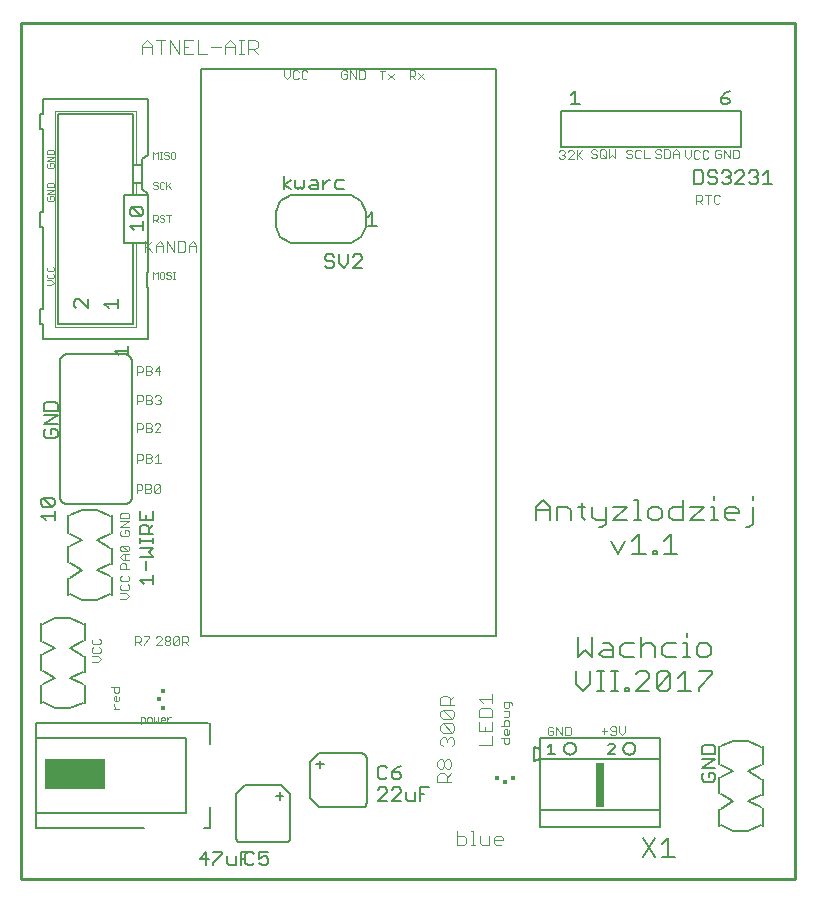
<source format=gto>
G75*
%MOIN*%
%OFA0B0*%
%FSLAX25Y25*%
%IPPOS*%
%LPD*%
%AMOC8*
5,1,8,0,0,1.08239X$1,22.5*
%
%ADD10C,0.00000*%
%ADD11C,0.01000*%
%ADD12C,0.00800*%
%ADD13C,0.00300*%
%ADD14C,0.00200*%
%ADD15C,0.00600*%
%ADD16C,0.00500*%
%ADD17R,0.20000X0.10000*%
%ADD18C,0.00400*%
%ADD19R,0.01673X0.01280*%
%ADD20R,0.01378X0.01378*%
%ADD21R,0.01280X0.01673*%
%ADD22R,0.03000X0.15000*%
%ADD23C,0.00700*%
D10*
X0246800Y0001800D02*
X0259674Y0001800D01*
D11*
X0001800Y0001800D02*
X0001800Y0287233D01*
X0259674Y0287233D01*
X0259674Y0001800D01*
X0001800Y0001800D01*
D12*
X0173539Y0121388D02*
X0173539Y0125925D01*
X0175807Y0128194D01*
X0178076Y0125925D01*
X0178076Y0121388D01*
X0180537Y0121388D02*
X0180537Y0125925D01*
X0183940Y0125925D01*
X0185074Y0124791D01*
X0185074Y0121388D01*
X0188669Y0122522D02*
X0188669Y0127060D01*
X0187535Y0125925D02*
X0189803Y0125925D01*
X0192200Y0125925D02*
X0192200Y0122522D01*
X0193334Y0121388D01*
X0196737Y0121388D01*
X0196737Y0120254D02*
X0195603Y0119120D01*
X0194469Y0119120D01*
X0196737Y0120254D02*
X0196737Y0125925D01*
X0199198Y0125925D02*
X0203735Y0125925D01*
X0199198Y0121388D01*
X0203735Y0121388D01*
X0206196Y0121388D02*
X0208465Y0121388D01*
X0207330Y0121388D02*
X0207330Y0128194D01*
X0206196Y0128194D01*
X0210861Y0124791D02*
X0210861Y0122522D01*
X0211996Y0121388D01*
X0214264Y0121388D01*
X0215399Y0122522D01*
X0215399Y0124791D01*
X0214264Y0125925D01*
X0211996Y0125925D01*
X0210861Y0124791D01*
X0217859Y0124791D02*
X0217859Y0122522D01*
X0218994Y0121388D01*
X0222397Y0121388D01*
X0222397Y0128194D01*
X0222397Y0125925D02*
X0218994Y0125925D01*
X0217859Y0124791D01*
X0224857Y0125925D02*
X0229395Y0125925D01*
X0224857Y0121388D01*
X0229395Y0121388D01*
X0231855Y0121388D02*
X0234124Y0121388D01*
X0232990Y0121388D02*
X0232990Y0125925D01*
X0231855Y0125925D01*
X0232990Y0128194D02*
X0232990Y0129328D01*
X0236521Y0124791D02*
X0237655Y0125925D01*
X0239923Y0125925D01*
X0241058Y0124791D01*
X0241058Y0123657D01*
X0236521Y0123657D01*
X0236521Y0124791D02*
X0236521Y0122522D01*
X0237655Y0121388D01*
X0239923Y0121388D01*
X0243519Y0119120D02*
X0244653Y0119120D01*
X0245787Y0120254D01*
X0245787Y0125925D01*
X0245787Y0128194D02*
X0245787Y0129328D01*
X0220647Y0109988D02*
X0216110Y0109988D01*
X0218378Y0109988D02*
X0218378Y0116794D01*
X0216110Y0114525D01*
X0213745Y0111122D02*
X0213745Y0109988D01*
X0212611Y0109988D01*
X0212611Y0111122D01*
X0213745Y0111122D01*
X0210150Y0109988D02*
X0205613Y0109988D01*
X0207882Y0109988D02*
X0207882Y0116794D01*
X0205613Y0114525D01*
X0203152Y0114525D02*
X0200884Y0109988D01*
X0198615Y0114525D01*
X0189803Y0121388D02*
X0188669Y0122522D01*
X0178076Y0124791D02*
X0173539Y0124791D01*
X0187535Y0082594D02*
X0187535Y0075788D01*
X0189803Y0078057D01*
X0192072Y0075788D01*
X0192072Y0082594D01*
X0195667Y0080325D02*
X0197936Y0080325D01*
X0199070Y0079191D01*
X0199070Y0075788D01*
X0195667Y0075788D01*
X0194533Y0076922D01*
X0195667Y0078057D01*
X0199070Y0078057D01*
X0201531Y0079191D02*
X0201531Y0076922D01*
X0202665Y0075788D01*
X0206068Y0075788D01*
X0208529Y0075788D02*
X0208529Y0082594D01*
X0209663Y0080325D02*
X0208529Y0079191D01*
X0209663Y0080325D02*
X0211932Y0080325D01*
X0213066Y0079191D01*
X0213066Y0075788D01*
X0215527Y0076922D02*
X0215527Y0079191D01*
X0216661Y0080325D01*
X0220064Y0080325D01*
X0222525Y0080325D02*
X0223659Y0080325D01*
X0223659Y0075788D01*
X0222525Y0075788D02*
X0224793Y0075788D01*
X0227190Y0076922D02*
X0227190Y0079191D01*
X0228324Y0080325D01*
X0230593Y0080325D01*
X0231727Y0079191D01*
X0231727Y0076922D01*
X0230593Y0075788D01*
X0228324Y0075788D01*
X0227190Y0076922D01*
X0227773Y0071194D02*
X0232310Y0071194D01*
X0232310Y0070060D01*
X0227773Y0065522D01*
X0227773Y0064388D01*
X0225312Y0064388D02*
X0220775Y0064388D01*
X0223044Y0064388D02*
X0223044Y0071194D01*
X0220775Y0068925D01*
X0218314Y0070060D02*
X0218314Y0065522D01*
X0217180Y0064388D01*
X0214912Y0064388D01*
X0213777Y0065522D01*
X0218314Y0070060D01*
X0217180Y0071194D01*
X0214912Y0071194D01*
X0213777Y0070060D01*
X0213777Y0065522D01*
X0211316Y0064388D02*
X0206779Y0064388D01*
X0211316Y0068925D01*
X0211316Y0070060D01*
X0210182Y0071194D01*
X0207914Y0071194D01*
X0206779Y0070060D01*
X0204415Y0065522D02*
X0203280Y0065522D01*
X0203280Y0064388D01*
X0204415Y0064388D01*
X0204415Y0065522D01*
X0200884Y0064388D02*
X0198615Y0064388D01*
X0199749Y0064388D02*
X0199749Y0071194D01*
X0198615Y0071194D02*
X0200884Y0071194D01*
X0196218Y0071194D02*
X0193950Y0071194D01*
X0195084Y0071194D02*
X0195084Y0064388D01*
X0193950Y0064388D02*
X0196218Y0064388D01*
X0191489Y0066657D02*
X0191489Y0071194D01*
X0191489Y0066657D02*
X0189220Y0064388D01*
X0186952Y0066657D01*
X0186952Y0071194D01*
X0201531Y0079191D02*
X0202665Y0080325D01*
X0206068Y0080325D01*
X0215527Y0076922D02*
X0216661Y0075788D01*
X0220064Y0075788D01*
X0223659Y0082594D02*
X0223659Y0083728D01*
D13*
X0203178Y0052652D02*
X0203178Y0050717D01*
X0202211Y0049750D01*
X0201243Y0050717D01*
X0201243Y0052652D01*
X0200231Y0052169D02*
X0199748Y0052652D01*
X0198780Y0052652D01*
X0198297Y0052169D01*
X0198297Y0051685D01*
X0198780Y0051201D01*
X0200231Y0051201D01*
X0200231Y0050234D02*
X0200231Y0052169D01*
X0200231Y0050234D02*
X0199748Y0049750D01*
X0198780Y0049750D01*
X0198297Y0050234D01*
X0197285Y0051201D02*
X0195350Y0051201D01*
X0196317Y0050234D02*
X0196317Y0052169D01*
X0185178Y0052069D02*
X0185178Y0050134D01*
X0184694Y0049650D01*
X0183243Y0049650D01*
X0183243Y0052552D01*
X0184694Y0052552D01*
X0185178Y0052069D01*
X0182231Y0052552D02*
X0182231Y0049650D01*
X0180297Y0052552D01*
X0180297Y0049650D01*
X0179285Y0050134D02*
X0179285Y0051101D01*
X0178317Y0051101D01*
X0177350Y0050134D02*
X0177834Y0049650D01*
X0178801Y0049650D01*
X0179285Y0050134D01*
X0179285Y0052069D02*
X0178801Y0052552D01*
X0177834Y0052552D01*
X0177350Y0052069D01*
X0177350Y0050134D01*
X0165617Y0059704D02*
X0165617Y0060187D01*
X0165134Y0060671D01*
X0162715Y0060671D01*
X0162715Y0059220D01*
X0163199Y0058736D01*
X0164166Y0058736D01*
X0164650Y0059220D01*
X0164650Y0060671D01*
X0164650Y0057725D02*
X0162715Y0057725D01*
X0164650Y0057725D02*
X0164650Y0056273D01*
X0164166Y0055790D01*
X0162715Y0055790D01*
X0163199Y0054778D02*
X0162715Y0054294D01*
X0162715Y0052843D01*
X0161748Y0052843D02*
X0164650Y0052843D01*
X0164650Y0054294D01*
X0164166Y0054778D01*
X0163199Y0054778D01*
X0163199Y0051831D02*
X0163683Y0051831D01*
X0163683Y0049897D01*
X0164166Y0049897D02*
X0163199Y0049897D01*
X0162715Y0050380D01*
X0162715Y0051348D01*
X0163199Y0051831D01*
X0164650Y0051348D02*
X0164650Y0050380D01*
X0164166Y0049897D01*
X0164650Y0048885D02*
X0161748Y0048885D01*
X0162715Y0048885D02*
X0162715Y0047434D01*
X0163199Y0046950D01*
X0164166Y0046950D01*
X0164650Y0047434D01*
X0164650Y0048885D01*
X0057500Y0079816D02*
X0056533Y0080784D01*
X0057016Y0080784D02*
X0055565Y0080784D01*
X0055565Y0079816D02*
X0055565Y0082719D01*
X0057016Y0082719D01*
X0057500Y0082235D01*
X0057500Y0081267D01*
X0057016Y0080784D01*
X0054554Y0080300D02*
X0054554Y0082235D01*
X0052619Y0080300D01*
X0053102Y0079816D01*
X0054070Y0079816D01*
X0054554Y0080300D01*
X0054554Y0082235D02*
X0054070Y0082719D01*
X0053102Y0082719D01*
X0052619Y0082235D01*
X0052619Y0080300D01*
X0051607Y0080300D02*
X0051123Y0079816D01*
X0050156Y0079816D01*
X0049672Y0080300D01*
X0049672Y0080784D01*
X0050156Y0081267D01*
X0051123Y0081267D01*
X0051607Y0080784D01*
X0051607Y0080300D01*
X0051123Y0081267D02*
X0051607Y0081751D01*
X0051607Y0082235D01*
X0051123Y0082719D01*
X0050156Y0082719D01*
X0049672Y0082235D01*
X0049672Y0081751D01*
X0050156Y0081267D01*
X0048661Y0081751D02*
X0048661Y0082235D01*
X0048177Y0082719D01*
X0047209Y0082719D01*
X0046726Y0082235D01*
X0048661Y0081751D02*
X0046726Y0079816D01*
X0048661Y0079816D01*
X0044607Y0082235D02*
X0042672Y0080300D01*
X0042672Y0079816D01*
X0041661Y0079816D02*
X0040693Y0080784D01*
X0041177Y0080784D02*
X0039726Y0080784D01*
X0039726Y0079816D02*
X0039726Y0082719D01*
X0041177Y0082719D01*
X0041661Y0082235D01*
X0041661Y0081267D01*
X0041177Y0080784D01*
X0042672Y0082719D02*
X0044607Y0082719D01*
X0044607Y0082235D01*
X0036883Y0095110D02*
X0034948Y0095110D01*
X0036883Y0095110D02*
X0037850Y0096078D01*
X0036883Y0097045D01*
X0034948Y0097045D01*
X0035431Y0098057D02*
X0037366Y0098057D01*
X0037850Y0098541D01*
X0037850Y0099508D01*
X0037366Y0099992D01*
X0037366Y0101003D02*
X0037850Y0101487D01*
X0037850Y0102455D01*
X0037366Y0102938D01*
X0037366Y0101003D02*
X0035431Y0101003D01*
X0034948Y0101487D01*
X0034948Y0102455D01*
X0035431Y0102938D01*
X0034948Y0105110D02*
X0034948Y0106562D01*
X0035431Y0107045D01*
X0036399Y0107045D01*
X0036883Y0106562D01*
X0036883Y0105110D01*
X0037850Y0105110D02*
X0034948Y0105110D01*
X0035915Y0108057D02*
X0034948Y0109024D01*
X0035915Y0109992D01*
X0037850Y0109992D01*
X0037366Y0111003D02*
X0035431Y0112938D01*
X0037366Y0112938D01*
X0037850Y0112455D01*
X0037850Y0111487D01*
X0037366Y0111003D01*
X0035431Y0111003D01*
X0034948Y0111487D01*
X0034948Y0112455D01*
X0035431Y0112938D01*
X0036399Y0109992D02*
X0036399Y0108057D01*
X0035915Y0108057D02*
X0037850Y0108057D01*
X0037366Y0116110D02*
X0035431Y0116110D01*
X0034948Y0116594D01*
X0034948Y0117562D01*
X0035431Y0118045D01*
X0036399Y0118045D02*
X0036399Y0117078D01*
X0036399Y0118045D02*
X0037366Y0118045D01*
X0037850Y0117562D01*
X0037850Y0116594D01*
X0037366Y0116110D01*
X0037850Y0119057D02*
X0034948Y0119057D01*
X0037850Y0120992D01*
X0034948Y0120992D01*
X0034948Y0122003D02*
X0034948Y0123455D01*
X0035431Y0123938D01*
X0037366Y0123938D01*
X0037850Y0123455D01*
X0037850Y0122003D01*
X0034948Y0122003D01*
X0040350Y0130450D02*
X0040350Y0133352D01*
X0041801Y0133352D01*
X0042285Y0132869D01*
X0042285Y0131901D01*
X0041801Y0131417D01*
X0040350Y0131417D01*
X0043297Y0131901D02*
X0044748Y0131901D01*
X0045231Y0131417D01*
X0045231Y0130934D01*
X0044748Y0130450D01*
X0043297Y0130450D01*
X0043297Y0133352D01*
X0044748Y0133352D01*
X0045231Y0132869D01*
X0045231Y0132385D01*
X0044748Y0131901D01*
X0046243Y0130934D02*
X0048178Y0132869D01*
X0048178Y0130934D01*
X0047694Y0130450D01*
X0046727Y0130450D01*
X0046243Y0130934D01*
X0046243Y0132869D01*
X0046727Y0133352D01*
X0047694Y0133352D01*
X0048178Y0132869D01*
X0048378Y0140550D02*
X0046443Y0140550D01*
X0047411Y0140550D02*
X0047411Y0143452D01*
X0046443Y0142485D01*
X0045431Y0142485D02*
X0044948Y0142001D01*
X0043497Y0142001D01*
X0042485Y0142001D02*
X0042001Y0141517D01*
X0040550Y0141517D01*
X0040550Y0140550D02*
X0040550Y0143452D01*
X0042001Y0143452D01*
X0042485Y0142969D01*
X0042485Y0142001D01*
X0043497Y0140550D02*
X0043497Y0143452D01*
X0044948Y0143452D01*
X0045431Y0142969D01*
X0045431Y0142485D01*
X0044948Y0142001D02*
X0045431Y0141517D01*
X0045431Y0141034D01*
X0044948Y0140550D01*
X0043497Y0140550D01*
X0043397Y0150750D02*
X0044848Y0150750D01*
X0045331Y0151234D01*
X0045331Y0151717D01*
X0044848Y0152201D01*
X0043397Y0152201D01*
X0042385Y0152201D02*
X0041901Y0151717D01*
X0040450Y0151717D01*
X0040450Y0150750D02*
X0040450Y0153652D01*
X0041901Y0153652D01*
X0042385Y0153169D01*
X0042385Y0152201D01*
X0043397Y0150750D02*
X0043397Y0153652D01*
X0044848Y0153652D01*
X0045331Y0153169D01*
X0045331Y0152685D01*
X0044848Y0152201D01*
X0046343Y0153169D02*
X0046827Y0153652D01*
X0047794Y0153652D01*
X0048278Y0153169D01*
X0048278Y0152685D01*
X0046343Y0150750D01*
X0048278Y0150750D01*
X0047894Y0160150D02*
X0046927Y0160150D01*
X0046443Y0160634D01*
X0045431Y0160634D02*
X0044948Y0160150D01*
X0043497Y0160150D01*
X0043497Y0163052D01*
X0044948Y0163052D01*
X0045431Y0162569D01*
X0045431Y0162085D01*
X0044948Y0161601D01*
X0043497Y0161601D01*
X0042485Y0161601D02*
X0042001Y0161117D01*
X0040550Y0161117D01*
X0040550Y0160150D02*
X0040550Y0163052D01*
X0042001Y0163052D01*
X0042485Y0162569D01*
X0042485Y0161601D01*
X0044948Y0161601D02*
X0045431Y0161117D01*
X0045431Y0160634D01*
X0046443Y0162569D02*
X0046927Y0163052D01*
X0047894Y0163052D01*
X0048378Y0162569D01*
X0048378Y0162085D01*
X0047894Y0161601D01*
X0048378Y0161117D01*
X0048378Y0160634D01*
X0047894Y0160150D01*
X0047894Y0161601D02*
X0047411Y0161601D01*
X0047794Y0169850D02*
X0047794Y0172752D01*
X0046343Y0171301D01*
X0048278Y0171301D01*
X0045331Y0170817D02*
X0045331Y0170334D01*
X0044848Y0169850D01*
X0043397Y0169850D01*
X0043397Y0172752D01*
X0044848Y0172752D01*
X0045331Y0172269D01*
X0045331Y0171785D01*
X0044848Y0171301D01*
X0043397Y0171301D01*
X0042385Y0171301D02*
X0041901Y0170817D01*
X0040450Y0170817D01*
X0040450Y0169850D02*
X0040450Y0172752D01*
X0041901Y0172752D01*
X0042385Y0172269D01*
X0042385Y0171301D01*
X0044848Y0171301D02*
X0045331Y0170817D01*
X0035431Y0099992D02*
X0034948Y0099508D01*
X0034948Y0098541D01*
X0035431Y0098057D01*
X0027866Y0081938D02*
X0028350Y0081455D01*
X0028350Y0080487D01*
X0027866Y0080003D01*
X0025931Y0080003D01*
X0025448Y0080487D01*
X0025448Y0081455D01*
X0025931Y0081938D01*
X0025931Y0078992D02*
X0025448Y0078508D01*
X0025448Y0077541D01*
X0025931Y0077057D01*
X0027866Y0077057D01*
X0028350Y0077541D01*
X0028350Y0078508D01*
X0027866Y0078992D01*
X0027383Y0076045D02*
X0025448Y0076045D01*
X0027383Y0076045D02*
X0028350Y0075078D01*
X0027383Y0074110D01*
X0025448Y0074110D01*
X0031705Y0065863D02*
X0034607Y0065863D01*
X0034607Y0064411D01*
X0034124Y0063928D01*
X0033156Y0063928D01*
X0032673Y0064411D01*
X0032673Y0065863D01*
X0033156Y0062916D02*
X0033640Y0062916D01*
X0033640Y0060981D01*
X0033156Y0060981D02*
X0032673Y0061465D01*
X0032673Y0062432D01*
X0033156Y0062916D01*
X0034607Y0062432D02*
X0034607Y0061465D01*
X0034124Y0060981D01*
X0033156Y0060981D01*
X0032673Y0059977D02*
X0032673Y0059493D01*
X0033640Y0058526D01*
X0034607Y0058526D02*
X0032673Y0058526D01*
X0181634Y0241850D02*
X0181150Y0242334D01*
X0181634Y0241850D02*
X0182601Y0241850D01*
X0183085Y0242334D01*
X0183085Y0242817D01*
X0182601Y0243301D01*
X0182117Y0243301D01*
X0182601Y0243301D02*
X0183085Y0243785D01*
X0183085Y0244269D01*
X0182601Y0244752D01*
X0181634Y0244752D01*
X0181150Y0244269D01*
X0184097Y0244269D02*
X0184580Y0244752D01*
X0185548Y0244752D01*
X0186031Y0244269D01*
X0186031Y0243785D01*
X0184097Y0241850D01*
X0186031Y0241850D01*
X0187043Y0241850D02*
X0187043Y0244752D01*
X0187527Y0243301D02*
X0188978Y0241850D01*
X0187043Y0242817D02*
X0188978Y0244752D01*
X0191850Y0244569D02*
X0191850Y0244085D01*
X0192334Y0243601D01*
X0193301Y0243601D01*
X0193785Y0243117D01*
X0193785Y0242634D01*
X0193301Y0242150D01*
X0192334Y0242150D01*
X0191850Y0242634D01*
X0191850Y0244569D02*
X0192334Y0245052D01*
X0193301Y0245052D01*
X0193785Y0244569D01*
X0194797Y0244569D02*
X0195280Y0245052D01*
X0196248Y0245052D01*
X0196731Y0244569D01*
X0196731Y0242634D01*
X0196248Y0242150D01*
X0195280Y0242150D01*
X0194797Y0242634D01*
X0194797Y0244569D01*
X0195764Y0243117D02*
X0196731Y0242150D01*
X0197743Y0242150D02*
X0198711Y0243117D01*
X0199678Y0242150D01*
X0199678Y0245052D01*
X0197743Y0245052D02*
X0197743Y0242150D01*
X0203650Y0242534D02*
X0204134Y0242050D01*
X0205101Y0242050D01*
X0205585Y0242534D01*
X0205585Y0243017D01*
X0205101Y0243501D01*
X0204134Y0243501D01*
X0203650Y0243985D01*
X0203650Y0244469D01*
X0204134Y0244952D01*
X0205101Y0244952D01*
X0205585Y0244469D01*
X0206597Y0244469D02*
X0206597Y0242534D01*
X0207080Y0242050D01*
X0208048Y0242050D01*
X0208531Y0242534D01*
X0209543Y0242050D02*
X0209543Y0244952D01*
X0208531Y0244469D02*
X0208048Y0244952D01*
X0207080Y0244952D01*
X0206597Y0244469D01*
X0209543Y0242050D02*
X0211478Y0242050D01*
X0213250Y0242634D02*
X0213734Y0242150D01*
X0214701Y0242150D01*
X0215185Y0242634D01*
X0215185Y0243117D01*
X0214701Y0243601D01*
X0213734Y0243601D01*
X0213250Y0244085D01*
X0213250Y0244569D01*
X0213734Y0245052D01*
X0214701Y0245052D01*
X0215185Y0244569D01*
X0216197Y0245052D02*
X0217648Y0245052D01*
X0218131Y0244569D01*
X0218131Y0242634D01*
X0217648Y0242150D01*
X0216197Y0242150D01*
X0216197Y0245052D01*
X0219143Y0244085D02*
X0219143Y0242150D01*
X0219143Y0243601D02*
X0221078Y0243601D01*
X0221078Y0244085D02*
X0221078Y0242150D01*
X0221078Y0244085D02*
X0220111Y0245052D01*
X0219143Y0244085D01*
X0223150Y0244752D02*
X0223150Y0242817D01*
X0224117Y0241850D01*
X0225085Y0242817D01*
X0225085Y0244752D01*
X0226097Y0244269D02*
X0226097Y0242334D01*
X0226580Y0241850D01*
X0227548Y0241850D01*
X0228031Y0242334D01*
X0229043Y0242334D02*
X0229527Y0241850D01*
X0230494Y0241850D01*
X0230978Y0242334D01*
X0230978Y0244269D02*
X0230494Y0244752D01*
X0229527Y0244752D01*
X0229043Y0244269D01*
X0229043Y0242334D01*
X0228031Y0244269D02*
X0227548Y0244752D01*
X0226580Y0244752D01*
X0226097Y0244269D01*
X0233250Y0244469D02*
X0233250Y0242534D01*
X0233734Y0242050D01*
X0234701Y0242050D01*
X0235185Y0242534D01*
X0235185Y0243501D01*
X0234217Y0243501D01*
X0233250Y0244469D02*
X0233734Y0244952D01*
X0234701Y0244952D01*
X0235185Y0244469D01*
X0236197Y0244952D02*
X0236197Y0242050D01*
X0238131Y0242050D02*
X0236197Y0244952D01*
X0238131Y0244952D02*
X0238131Y0242050D01*
X0239143Y0242050D02*
X0240594Y0242050D01*
X0241078Y0242534D01*
X0241078Y0244469D01*
X0240594Y0244952D01*
X0239143Y0244952D01*
X0239143Y0242050D01*
X0234294Y0229852D02*
X0233327Y0229852D01*
X0232843Y0229369D01*
X0232843Y0227434D01*
X0233327Y0226950D01*
X0234294Y0226950D01*
X0234778Y0227434D01*
X0234778Y0229369D02*
X0234294Y0229852D01*
X0231831Y0229852D02*
X0229897Y0229852D01*
X0230864Y0229852D02*
X0230864Y0226950D01*
X0228885Y0226950D02*
X0227917Y0227917D01*
X0228401Y0227917D02*
X0226950Y0227917D01*
X0226950Y0226950D02*
X0226950Y0229852D01*
X0228401Y0229852D01*
X0228885Y0229369D01*
X0228885Y0228401D01*
X0228401Y0227917D01*
X0136231Y0268450D02*
X0134297Y0270385D01*
X0133285Y0270869D02*
X0133285Y0269901D01*
X0132801Y0269417D01*
X0131350Y0269417D01*
X0131350Y0268450D02*
X0131350Y0271352D01*
X0132801Y0271352D01*
X0133285Y0270869D01*
X0132317Y0269417D02*
X0133285Y0268450D01*
X0134297Y0268450D02*
X0136231Y0270385D01*
X0126231Y0270285D02*
X0124297Y0268350D01*
X0126231Y0268350D02*
X0124297Y0270285D01*
X0123285Y0271252D02*
X0121350Y0271252D01*
X0122317Y0271252D02*
X0122317Y0268350D01*
X0116478Y0269034D02*
X0115994Y0268550D01*
X0114543Y0268550D01*
X0114543Y0271452D01*
X0115994Y0271452D01*
X0116478Y0270969D01*
X0116478Y0269034D01*
X0113531Y0268550D02*
X0113531Y0271452D01*
X0111597Y0271452D02*
X0111597Y0268550D01*
X0110585Y0269034D02*
X0110101Y0268550D01*
X0109134Y0268550D01*
X0108650Y0269034D01*
X0108650Y0270969D01*
X0109134Y0271452D01*
X0110101Y0271452D01*
X0110585Y0270969D01*
X0110585Y0270001D02*
X0109617Y0270001D01*
X0110585Y0270001D02*
X0110585Y0269034D01*
X0111597Y0271452D02*
X0113531Y0268550D01*
X0097278Y0268934D02*
X0096794Y0268450D01*
X0095827Y0268450D01*
X0095343Y0268934D01*
X0095343Y0270869D01*
X0095827Y0271352D01*
X0096794Y0271352D01*
X0097278Y0270869D01*
X0094331Y0270869D02*
X0093848Y0271352D01*
X0092880Y0271352D01*
X0092397Y0270869D01*
X0092397Y0268934D01*
X0092880Y0268450D01*
X0093848Y0268450D01*
X0094331Y0268934D01*
X0091385Y0269417D02*
X0090417Y0268450D01*
X0089450Y0269417D01*
X0089450Y0271352D01*
X0091385Y0271352D02*
X0091385Y0269417D01*
D14*
X0053261Y0243735D02*
X0053261Y0242267D01*
X0052894Y0241900D01*
X0052160Y0241900D01*
X0051793Y0242267D01*
X0051793Y0243735D01*
X0052160Y0244102D01*
X0052894Y0244102D01*
X0053261Y0243735D01*
X0051051Y0243735D02*
X0050684Y0244102D01*
X0049950Y0244102D01*
X0049583Y0243735D01*
X0049583Y0243368D01*
X0049950Y0243001D01*
X0050684Y0243001D01*
X0051051Y0242634D01*
X0051051Y0242267D01*
X0050684Y0241900D01*
X0049950Y0241900D01*
X0049583Y0242267D01*
X0048844Y0241900D02*
X0048110Y0241900D01*
X0048477Y0241900D02*
X0048477Y0244102D01*
X0048110Y0244102D02*
X0048844Y0244102D01*
X0047368Y0244102D02*
X0047368Y0241900D01*
X0045900Y0241900D02*
X0045900Y0244102D01*
X0046634Y0243368D01*
X0047368Y0244102D01*
X0040300Y0239800D02*
X0040300Y0257800D01*
X0013300Y0257800D01*
X0013300Y0185800D01*
X0040300Y0185800D01*
X0040300Y0213800D01*
X0045900Y0220900D02*
X0045900Y0223102D01*
X0047001Y0223102D01*
X0047368Y0222735D01*
X0047368Y0222001D01*
X0047001Y0221634D01*
X0045900Y0221634D01*
X0046634Y0221634D02*
X0047368Y0220900D01*
X0048110Y0221267D02*
X0048477Y0220900D01*
X0049211Y0220900D01*
X0049578Y0221267D01*
X0049578Y0221634D01*
X0049211Y0222001D01*
X0048477Y0222001D01*
X0048110Y0222368D01*
X0048110Y0222735D01*
X0048477Y0223102D01*
X0049211Y0223102D01*
X0049578Y0222735D01*
X0050320Y0223102D02*
X0051788Y0223102D01*
X0051054Y0223102D02*
X0051054Y0220900D01*
X0051788Y0231900D02*
X0050687Y0233001D01*
X0050320Y0232634D02*
X0051788Y0234102D01*
X0050320Y0234102D02*
X0050320Y0231900D01*
X0049578Y0232267D02*
X0049211Y0231900D01*
X0048477Y0231900D01*
X0048110Y0232267D01*
X0048110Y0233735D01*
X0048477Y0234102D01*
X0049211Y0234102D01*
X0049578Y0233735D01*
X0047368Y0233735D02*
X0047001Y0234102D01*
X0046267Y0234102D01*
X0045900Y0233735D01*
X0045900Y0233368D01*
X0046267Y0233001D01*
X0047001Y0233001D01*
X0047368Y0232634D01*
X0047368Y0232267D01*
X0047001Y0231900D01*
X0046267Y0231900D01*
X0045900Y0232267D01*
X0040300Y0233800D02*
X0040300Y0229800D01*
X0045900Y0204102D02*
X0046634Y0203368D01*
X0047368Y0204102D01*
X0047368Y0201900D01*
X0048110Y0202267D02*
X0048477Y0201900D01*
X0049211Y0201900D01*
X0049578Y0202267D01*
X0049578Y0203735D01*
X0049211Y0204102D01*
X0048477Y0204102D01*
X0048110Y0203735D01*
X0048110Y0202267D01*
X0050320Y0202267D02*
X0050687Y0201900D01*
X0051421Y0201900D01*
X0051788Y0202267D01*
X0051788Y0202634D01*
X0051421Y0203001D01*
X0050687Y0203001D01*
X0050320Y0203368D01*
X0050320Y0203735D01*
X0050687Y0204102D01*
X0051421Y0204102D01*
X0051788Y0203735D01*
X0052530Y0204102D02*
X0053264Y0204102D01*
X0052897Y0204102D02*
X0052897Y0201900D01*
X0052530Y0201900D02*
X0053264Y0201900D01*
X0045900Y0201900D02*
X0045900Y0204102D01*
X0012700Y0204687D02*
X0012700Y0205421D01*
X0012333Y0205788D01*
X0012700Y0204687D02*
X0012333Y0204320D01*
X0010865Y0204320D01*
X0010498Y0204687D01*
X0010498Y0205421D01*
X0010865Y0205788D01*
X0010865Y0203578D02*
X0010498Y0203211D01*
X0010498Y0202477D01*
X0010865Y0202110D01*
X0012333Y0202110D01*
X0012700Y0202477D01*
X0012700Y0203211D01*
X0012333Y0203578D01*
X0011966Y0201368D02*
X0010498Y0201368D01*
X0010498Y0199900D02*
X0011966Y0199900D01*
X0012700Y0200634D01*
X0011966Y0201368D01*
X0012333Y0227900D02*
X0012700Y0228267D01*
X0012700Y0229001D01*
X0012333Y0229368D01*
X0011599Y0229368D01*
X0011599Y0228634D01*
X0010865Y0229368D02*
X0010498Y0229001D01*
X0010498Y0228267D01*
X0010865Y0227900D01*
X0012333Y0227900D01*
X0012700Y0230110D02*
X0010498Y0230110D01*
X0012700Y0231578D01*
X0010498Y0231578D01*
X0010498Y0232320D02*
X0010498Y0233421D01*
X0010865Y0233788D01*
X0012333Y0233788D01*
X0012700Y0233421D01*
X0012700Y0232320D01*
X0010498Y0232320D01*
X0010865Y0238900D02*
X0012333Y0238900D01*
X0012700Y0239267D01*
X0012700Y0240001D01*
X0012333Y0240368D01*
X0011599Y0240368D01*
X0011599Y0239634D01*
X0010865Y0240368D02*
X0010498Y0240001D01*
X0010498Y0239267D01*
X0010865Y0238900D01*
X0010498Y0241110D02*
X0012700Y0242578D01*
X0010498Y0242578D01*
X0010498Y0243320D02*
X0010498Y0244421D01*
X0010865Y0244788D01*
X0012333Y0244788D01*
X0012700Y0244421D01*
X0012700Y0243320D01*
X0010498Y0243320D01*
X0010498Y0241110D02*
X0012700Y0241110D01*
X0041719Y0055668D02*
X0042820Y0055668D01*
X0043187Y0055301D01*
X0043187Y0054567D01*
X0042820Y0054200D01*
X0041719Y0054200D01*
X0041719Y0053466D02*
X0041719Y0055668D01*
X0043929Y0055301D02*
X0043929Y0054567D01*
X0044296Y0054200D01*
X0045030Y0054200D01*
X0045397Y0054567D01*
X0045397Y0055301D01*
X0045030Y0055668D01*
X0044296Y0055668D01*
X0043929Y0055301D01*
X0046139Y0055668D02*
X0046139Y0054567D01*
X0046506Y0054200D01*
X0046873Y0054567D01*
X0047240Y0054200D01*
X0047607Y0054567D01*
X0047607Y0055668D01*
X0048349Y0055301D02*
X0048715Y0055668D01*
X0049449Y0055668D01*
X0049816Y0055301D01*
X0049816Y0054934D01*
X0048349Y0054934D01*
X0048349Y0054567D02*
X0048349Y0055301D01*
X0048349Y0054567D02*
X0048715Y0054200D01*
X0049449Y0054200D01*
X0050558Y0054200D02*
X0050558Y0055668D01*
X0050558Y0054934D02*
X0051292Y0055668D01*
X0051659Y0055668D01*
D15*
X0076619Y0033009D02*
X0073619Y0030009D01*
X0073619Y0015509D01*
X0073621Y0015433D01*
X0073627Y0015357D01*
X0073636Y0015282D01*
X0073650Y0015207D01*
X0073667Y0015133D01*
X0073688Y0015060D01*
X0073712Y0014988D01*
X0073741Y0014917D01*
X0073772Y0014848D01*
X0073807Y0014781D01*
X0073846Y0014716D01*
X0073888Y0014652D01*
X0073933Y0014591D01*
X0073981Y0014532D01*
X0074032Y0014476D01*
X0074086Y0014422D01*
X0074142Y0014371D01*
X0074201Y0014323D01*
X0074262Y0014278D01*
X0074326Y0014236D01*
X0074391Y0014197D01*
X0074458Y0014162D01*
X0074527Y0014131D01*
X0074598Y0014102D01*
X0074670Y0014078D01*
X0074743Y0014057D01*
X0074817Y0014040D01*
X0074892Y0014026D01*
X0074967Y0014017D01*
X0075043Y0014011D01*
X0075119Y0014009D01*
X0090119Y0014009D01*
X0090195Y0014011D01*
X0090271Y0014017D01*
X0090346Y0014026D01*
X0090421Y0014040D01*
X0090495Y0014057D01*
X0090568Y0014078D01*
X0090640Y0014102D01*
X0090711Y0014131D01*
X0090780Y0014162D01*
X0090847Y0014197D01*
X0090912Y0014236D01*
X0090976Y0014278D01*
X0091037Y0014323D01*
X0091096Y0014371D01*
X0091152Y0014422D01*
X0091206Y0014476D01*
X0091257Y0014532D01*
X0091305Y0014591D01*
X0091350Y0014652D01*
X0091392Y0014716D01*
X0091431Y0014781D01*
X0091466Y0014848D01*
X0091497Y0014917D01*
X0091526Y0014988D01*
X0091550Y0015060D01*
X0091571Y0015133D01*
X0091588Y0015207D01*
X0091602Y0015282D01*
X0091611Y0015357D01*
X0091617Y0015433D01*
X0091619Y0015509D01*
X0091619Y0030009D01*
X0088619Y0033009D01*
X0076619Y0033009D01*
X0086719Y0029509D02*
X0089219Y0029509D01*
X0088019Y0028209D02*
X0088019Y0030809D01*
X0098009Y0028666D02*
X0098009Y0040666D01*
X0101009Y0043666D01*
X0115509Y0043666D01*
X0115585Y0043664D01*
X0115661Y0043658D01*
X0115736Y0043649D01*
X0115811Y0043635D01*
X0115885Y0043618D01*
X0115958Y0043597D01*
X0116030Y0043573D01*
X0116101Y0043544D01*
X0116170Y0043513D01*
X0116237Y0043478D01*
X0116302Y0043439D01*
X0116366Y0043397D01*
X0116427Y0043352D01*
X0116486Y0043304D01*
X0116542Y0043253D01*
X0116596Y0043199D01*
X0116647Y0043143D01*
X0116695Y0043084D01*
X0116740Y0043023D01*
X0116782Y0042959D01*
X0116821Y0042894D01*
X0116856Y0042827D01*
X0116887Y0042758D01*
X0116916Y0042687D01*
X0116940Y0042615D01*
X0116961Y0042542D01*
X0116978Y0042468D01*
X0116992Y0042393D01*
X0117001Y0042318D01*
X0117007Y0042242D01*
X0117009Y0042166D01*
X0117009Y0027166D01*
X0117007Y0027090D01*
X0117001Y0027014D01*
X0116992Y0026939D01*
X0116978Y0026864D01*
X0116961Y0026790D01*
X0116940Y0026717D01*
X0116916Y0026645D01*
X0116887Y0026574D01*
X0116856Y0026505D01*
X0116821Y0026438D01*
X0116782Y0026373D01*
X0116740Y0026309D01*
X0116695Y0026248D01*
X0116647Y0026189D01*
X0116596Y0026133D01*
X0116542Y0026079D01*
X0116486Y0026028D01*
X0116427Y0025980D01*
X0116366Y0025935D01*
X0116302Y0025893D01*
X0116237Y0025854D01*
X0116170Y0025819D01*
X0116101Y0025788D01*
X0116030Y0025759D01*
X0115958Y0025735D01*
X0115885Y0025714D01*
X0115811Y0025697D01*
X0115736Y0025683D01*
X0115661Y0025674D01*
X0115585Y0025668D01*
X0115509Y0025666D01*
X0101009Y0025666D01*
X0098009Y0028666D01*
X0101509Y0038766D02*
X0101509Y0041266D01*
X0102809Y0040066D02*
X0100209Y0040066D01*
X0031600Y0096700D02*
X0027300Y0094800D01*
X0022300Y0094800D01*
X0018000Y0096700D01*
X0018000Y0102300D02*
X0022300Y0104800D01*
X0018000Y0107300D01*
X0018000Y0112900D02*
X0022300Y0114800D01*
X0018000Y0116700D01*
X0018000Y0123100D02*
X0022300Y0124800D01*
X0027300Y0124800D01*
X0031600Y0122900D01*
X0036300Y0126800D02*
X0017300Y0126800D01*
X0017202Y0126802D01*
X0017104Y0126808D01*
X0017006Y0126817D01*
X0016909Y0126831D01*
X0016812Y0126848D01*
X0016716Y0126869D01*
X0016621Y0126894D01*
X0016527Y0126922D01*
X0016435Y0126955D01*
X0016343Y0126990D01*
X0016253Y0127030D01*
X0016165Y0127072D01*
X0016078Y0127119D01*
X0015994Y0127168D01*
X0015911Y0127221D01*
X0015831Y0127277D01*
X0015752Y0127337D01*
X0015676Y0127399D01*
X0015603Y0127464D01*
X0015532Y0127532D01*
X0015464Y0127603D01*
X0015399Y0127676D01*
X0015337Y0127752D01*
X0015277Y0127831D01*
X0015221Y0127911D01*
X0015168Y0127994D01*
X0015119Y0128078D01*
X0015072Y0128165D01*
X0015030Y0128253D01*
X0014990Y0128343D01*
X0014955Y0128435D01*
X0014922Y0128527D01*
X0014894Y0128621D01*
X0014869Y0128716D01*
X0014848Y0128812D01*
X0014831Y0128909D01*
X0014817Y0129006D01*
X0014808Y0129104D01*
X0014802Y0129202D01*
X0014800Y0129300D01*
X0014800Y0174300D01*
X0014802Y0174398D01*
X0014808Y0174496D01*
X0014817Y0174594D01*
X0014831Y0174691D01*
X0014848Y0174788D01*
X0014869Y0174884D01*
X0014894Y0174979D01*
X0014922Y0175073D01*
X0014955Y0175165D01*
X0014990Y0175257D01*
X0015030Y0175347D01*
X0015072Y0175435D01*
X0015119Y0175522D01*
X0015168Y0175606D01*
X0015221Y0175689D01*
X0015277Y0175769D01*
X0015337Y0175848D01*
X0015399Y0175924D01*
X0015464Y0175997D01*
X0015532Y0176068D01*
X0015603Y0176136D01*
X0015676Y0176201D01*
X0015752Y0176263D01*
X0015831Y0176323D01*
X0015911Y0176379D01*
X0015994Y0176432D01*
X0016078Y0176481D01*
X0016165Y0176528D01*
X0016253Y0176570D01*
X0016343Y0176610D01*
X0016435Y0176645D01*
X0016527Y0176678D01*
X0016621Y0176706D01*
X0016716Y0176731D01*
X0016812Y0176752D01*
X0016909Y0176769D01*
X0017006Y0176783D01*
X0017104Y0176792D01*
X0017202Y0176798D01*
X0017300Y0176800D01*
X0036300Y0176800D01*
X0036398Y0176798D01*
X0036496Y0176792D01*
X0036594Y0176783D01*
X0036691Y0176769D01*
X0036788Y0176752D01*
X0036884Y0176731D01*
X0036979Y0176706D01*
X0037073Y0176678D01*
X0037165Y0176645D01*
X0037257Y0176610D01*
X0037347Y0176570D01*
X0037435Y0176528D01*
X0037522Y0176481D01*
X0037606Y0176432D01*
X0037689Y0176379D01*
X0037769Y0176323D01*
X0037848Y0176263D01*
X0037924Y0176201D01*
X0037997Y0176136D01*
X0038068Y0176068D01*
X0038136Y0175997D01*
X0038201Y0175924D01*
X0038263Y0175848D01*
X0038323Y0175769D01*
X0038379Y0175689D01*
X0038432Y0175606D01*
X0038481Y0175522D01*
X0038528Y0175435D01*
X0038570Y0175347D01*
X0038610Y0175257D01*
X0038645Y0175165D01*
X0038678Y0175073D01*
X0038706Y0174979D01*
X0038731Y0174884D01*
X0038752Y0174788D01*
X0038769Y0174691D01*
X0038783Y0174594D01*
X0038792Y0174496D01*
X0038798Y0174398D01*
X0038800Y0174300D01*
X0038800Y0129300D01*
X0038798Y0129202D01*
X0038792Y0129104D01*
X0038783Y0129006D01*
X0038769Y0128909D01*
X0038752Y0128812D01*
X0038731Y0128716D01*
X0038706Y0128621D01*
X0038678Y0128527D01*
X0038645Y0128435D01*
X0038610Y0128343D01*
X0038570Y0128253D01*
X0038528Y0128165D01*
X0038481Y0128078D01*
X0038432Y0127994D01*
X0038379Y0127911D01*
X0038323Y0127831D01*
X0038263Y0127752D01*
X0038201Y0127676D01*
X0038136Y0127603D01*
X0038068Y0127532D01*
X0037997Y0127464D01*
X0037924Y0127399D01*
X0037848Y0127337D01*
X0037769Y0127277D01*
X0037689Y0127221D01*
X0037606Y0127168D01*
X0037522Y0127119D01*
X0037435Y0127072D01*
X0037347Y0127030D01*
X0037257Y0126990D01*
X0037165Y0126955D01*
X0037073Y0126922D01*
X0036979Y0126894D01*
X0036884Y0126869D01*
X0036788Y0126848D01*
X0036691Y0126831D01*
X0036594Y0126817D01*
X0036496Y0126808D01*
X0036398Y0126802D01*
X0036300Y0126800D01*
X0031600Y0116700D02*
X0027300Y0114800D01*
X0031600Y0112300D01*
X0031600Y0106700D02*
X0027300Y0104800D01*
X0031600Y0102900D01*
X0022600Y0086900D02*
X0018300Y0088800D01*
X0013300Y0088800D01*
X0009000Y0086900D01*
X0009000Y0080700D02*
X0013300Y0078800D01*
X0009000Y0076900D01*
X0009000Y0071300D02*
X0013300Y0068800D01*
X0009000Y0066900D01*
X0009000Y0060700D02*
X0013300Y0058800D01*
X0018300Y0058800D01*
X0022600Y0060500D01*
X0022600Y0066900D02*
X0018300Y0068800D01*
X0022600Y0070700D01*
X0022600Y0076300D02*
X0018300Y0078800D01*
X0022600Y0081300D01*
X0009300Y0181800D02*
X0044300Y0181800D01*
X0044300Y0199300D01*
X0043800Y0199300D01*
X0043800Y0204300D01*
X0044300Y0204300D01*
X0044300Y0213800D01*
X0040300Y0213800D01*
X0039300Y0213800D01*
X0039300Y0186800D01*
X0014300Y0186800D01*
X0014300Y0256800D01*
X0039300Y0256800D01*
X0039300Y0239800D01*
X0039300Y0233800D01*
X0039300Y0229800D01*
X0040300Y0229800D01*
X0044300Y0229800D01*
X0044300Y0213800D01*
X0039300Y0213800D02*
X0036300Y0213800D01*
X0036300Y0229800D01*
X0039300Y0229800D01*
X0042300Y0231800D02*
X0042300Y0233800D01*
X0042300Y0239800D01*
X0040300Y0239800D01*
X0039300Y0239800D01*
X0042300Y0239800D02*
X0042300Y0241800D01*
X0044300Y0243300D01*
X0044300Y0261800D01*
X0009300Y0261800D01*
X0009300Y0256800D01*
X0008300Y0256800D01*
X0008300Y0251800D01*
X0009300Y0251800D01*
X0009300Y0224300D01*
X0008300Y0224300D01*
X0008300Y0219300D01*
X0009300Y0219300D01*
X0009300Y0191800D01*
X0008300Y0191800D01*
X0008300Y0186800D01*
X0009300Y0186800D01*
X0009300Y0181800D01*
X0044300Y0229800D02*
X0044300Y0230300D01*
X0042300Y0231800D01*
X0042300Y0233800D02*
X0040300Y0233800D01*
X0039300Y0233800D01*
X0086800Y0224300D02*
X0086800Y0219300D01*
X0088300Y0215800D01*
X0091800Y0213800D01*
X0111800Y0213800D01*
X0115300Y0215800D01*
X0116800Y0219300D01*
X0116800Y0224300D01*
X0115300Y0227800D01*
X0111800Y0229800D01*
X0091800Y0229800D01*
X0088300Y0227800D01*
X0086800Y0224300D01*
X0181800Y0245800D02*
X0241800Y0245800D01*
X0241800Y0257800D01*
X0181800Y0257800D01*
X0181800Y0245800D01*
X0174713Y0048796D02*
X0174713Y0045296D01*
X0174713Y0041796D01*
X0174713Y0024796D01*
X0214713Y0024796D01*
X0214713Y0019296D01*
X0174713Y0019296D01*
X0174713Y0024796D01*
X0172713Y0041296D02*
X0174713Y0041796D01*
X0214713Y0041796D01*
X0214713Y0024796D01*
X0214713Y0041796D02*
X0214713Y0048796D01*
X0174713Y0048796D01*
X0174713Y0045296D02*
X0172713Y0045796D01*
X0172713Y0041296D01*
X0182813Y0045296D02*
X0182815Y0045385D01*
X0182821Y0045474D01*
X0182831Y0045563D01*
X0182845Y0045651D01*
X0182862Y0045738D01*
X0182884Y0045824D01*
X0182910Y0045910D01*
X0182939Y0045994D01*
X0182972Y0046077D01*
X0183008Y0046158D01*
X0183049Y0046238D01*
X0183092Y0046315D01*
X0183139Y0046391D01*
X0183190Y0046464D01*
X0183243Y0046535D01*
X0183300Y0046604D01*
X0183360Y0046670D01*
X0183423Y0046734D01*
X0183488Y0046794D01*
X0183556Y0046852D01*
X0183627Y0046906D01*
X0183700Y0046957D01*
X0183775Y0047005D01*
X0183852Y0047050D01*
X0183931Y0047091D01*
X0184012Y0047128D01*
X0184094Y0047162D01*
X0184178Y0047193D01*
X0184263Y0047219D01*
X0184349Y0047242D01*
X0184436Y0047260D01*
X0184524Y0047275D01*
X0184613Y0047286D01*
X0184702Y0047293D01*
X0184791Y0047296D01*
X0184880Y0047295D01*
X0184969Y0047290D01*
X0185057Y0047281D01*
X0185146Y0047268D01*
X0185233Y0047251D01*
X0185320Y0047231D01*
X0185406Y0047206D01*
X0185490Y0047178D01*
X0185573Y0047146D01*
X0185655Y0047110D01*
X0185735Y0047071D01*
X0185813Y0047028D01*
X0185889Y0046982D01*
X0185963Y0046932D01*
X0186035Y0046879D01*
X0186104Y0046823D01*
X0186171Y0046764D01*
X0186235Y0046702D01*
X0186296Y0046638D01*
X0186355Y0046570D01*
X0186410Y0046500D01*
X0186462Y0046428D01*
X0186511Y0046353D01*
X0186556Y0046277D01*
X0186598Y0046198D01*
X0186636Y0046118D01*
X0186671Y0046036D01*
X0186702Y0045952D01*
X0186730Y0045867D01*
X0186753Y0045781D01*
X0186773Y0045694D01*
X0186789Y0045607D01*
X0186801Y0045518D01*
X0186809Y0045430D01*
X0186813Y0045341D01*
X0186813Y0045251D01*
X0186809Y0045162D01*
X0186801Y0045074D01*
X0186789Y0044985D01*
X0186773Y0044898D01*
X0186753Y0044811D01*
X0186730Y0044725D01*
X0186702Y0044640D01*
X0186671Y0044556D01*
X0186636Y0044474D01*
X0186598Y0044394D01*
X0186556Y0044315D01*
X0186511Y0044239D01*
X0186462Y0044164D01*
X0186410Y0044092D01*
X0186355Y0044022D01*
X0186296Y0043954D01*
X0186235Y0043890D01*
X0186171Y0043828D01*
X0186104Y0043769D01*
X0186035Y0043713D01*
X0185963Y0043660D01*
X0185889Y0043610D01*
X0185813Y0043564D01*
X0185735Y0043521D01*
X0185655Y0043482D01*
X0185573Y0043446D01*
X0185490Y0043414D01*
X0185406Y0043386D01*
X0185320Y0043361D01*
X0185233Y0043341D01*
X0185146Y0043324D01*
X0185057Y0043311D01*
X0184969Y0043302D01*
X0184880Y0043297D01*
X0184791Y0043296D01*
X0184702Y0043299D01*
X0184613Y0043306D01*
X0184524Y0043317D01*
X0184436Y0043332D01*
X0184349Y0043350D01*
X0184263Y0043373D01*
X0184178Y0043399D01*
X0184094Y0043430D01*
X0184012Y0043464D01*
X0183931Y0043501D01*
X0183852Y0043542D01*
X0183775Y0043587D01*
X0183700Y0043635D01*
X0183627Y0043686D01*
X0183556Y0043740D01*
X0183488Y0043798D01*
X0183423Y0043858D01*
X0183360Y0043922D01*
X0183300Y0043988D01*
X0183243Y0044057D01*
X0183190Y0044128D01*
X0183139Y0044201D01*
X0183092Y0044277D01*
X0183049Y0044354D01*
X0183008Y0044434D01*
X0182972Y0044515D01*
X0182939Y0044598D01*
X0182910Y0044682D01*
X0182884Y0044768D01*
X0182862Y0044854D01*
X0182845Y0044941D01*
X0182831Y0045029D01*
X0182821Y0045118D01*
X0182815Y0045207D01*
X0182813Y0045296D01*
X0202613Y0045296D02*
X0202615Y0045385D01*
X0202621Y0045474D01*
X0202631Y0045563D01*
X0202645Y0045651D01*
X0202662Y0045738D01*
X0202684Y0045824D01*
X0202710Y0045910D01*
X0202739Y0045994D01*
X0202772Y0046077D01*
X0202808Y0046158D01*
X0202849Y0046238D01*
X0202892Y0046315D01*
X0202939Y0046391D01*
X0202990Y0046464D01*
X0203043Y0046535D01*
X0203100Y0046604D01*
X0203160Y0046670D01*
X0203223Y0046734D01*
X0203288Y0046794D01*
X0203356Y0046852D01*
X0203427Y0046906D01*
X0203500Y0046957D01*
X0203575Y0047005D01*
X0203652Y0047050D01*
X0203731Y0047091D01*
X0203812Y0047128D01*
X0203894Y0047162D01*
X0203978Y0047193D01*
X0204063Y0047219D01*
X0204149Y0047242D01*
X0204236Y0047260D01*
X0204324Y0047275D01*
X0204413Y0047286D01*
X0204502Y0047293D01*
X0204591Y0047296D01*
X0204680Y0047295D01*
X0204769Y0047290D01*
X0204857Y0047281D01*
X0204946Y0047268D01*
X0205033Y0047251D01*
X0205120Y0047231D01*
X0205206Y0047206D01*
X0205290Y0047178D01*
X0205373Y0047146D01*
X0205455Y0047110D01*
X0205535Y0047071D01*
X0205613Y0047028D01*
X0205689Y0046982D01*
X0205763Y0046932D01*
X0205835Y0046879D01*
X0205904Y0046823D01*
X0205971Y0046764D01*
X0206035Y0046702D01*
X0206096Y0046638D01*
X0206155Y0046570D01*
X0206210Y0046500D01*
X0206262Y0046428D01*
X0206311Y0046353D01*
X0206356Y0046277D01*
X0206398Y0046198D01*
X0206436Y0046118D01*
X0206471Y0046036D01*
X0206502Y0045952D01*
X0206530Y0045867D01*
X0206553Y0045781D01*
X0206573Y0045694D01*
X0206589Y0045607D01*
X0206601Y0045518D01*
X0206609Y0045430D01*
X0206613Y0045341D01*
X0206613Y0045251D01*
X0206609Y0045162D01*
X0206601Y0045074D01*
X0206589Y0044985D01*
X0206573Y0044898D01*
X0206553Y0044811D01*
X0206530Y0044725D01*
X0206502Y0044640D01*
X0206471Y0044556D01*
X0206436Y0044474D01*
X0206398Y0044394D01*
X0206356Y0044315D01*
X0206311Y0044239D01*
X0206262Y0044164D01*
X0206210Y0044092D01*
X0206155Y0044022D01*
X0206096Y0043954D01*
X0206035Y0043890D01*
X0205971Y0043828D01*
X0205904Y0043769D01*
X0205835Y0043713D01*
X0205763Y0043660D01*
X0205689Y0043610D01*
X0205613Y0043564D01*
X0205535Y0043521D01*
X0205455Y0043482D01*
X0205373Y0043446D01*
X0205290Y0043414D01*
X0205206Y0043386D01*
X0205120Y0043361D01*
X0205033Y0043341D01*
X0204946Y0043324D01*
X0204857Y0043311D01*
X0204769Y0043302D01*
X0204680Y0043297D01*
X0204591Y0043296D01*
X0204502Y0043299D01*
X0204413Y0043306D01*
X0204324Y0043317D01*
X0204236Y0043332D01*
X0204149Y0043350D01*
X0204063Y0043373D01*
X0203978Y0043399D01*
X0203894Y0043430D01*
X0203812Y0043464D01*
X0203731Y0043501D01*
X0203652Y0043542D01*
X0203575Y0043587D01*
X0203500Y0043635D01*
X0203427Y0043686D01*
X0203356Y0043740D01*
X0203288Y0043798D01*
X0203223Y0043858D01*
X0203160Y0043922D01*
X0203100Y0043988D01*
X0203043Y0044057D01*
X0202990Y0044128D01*
X0202939Y0044201D01*
X0202892Y0044277D01*
X0202849Y0044354D01*
X0202808Y0044434D01*
X0202772Y0044515D01*
X0202739Y0044598D01*
X0202710Y0044682D01*
X0202684Y0044768D01*
X0202662Y0044854D01*
X0202645Y0044941D01*
X0202631Y0045029D01*
X0202621Y0045118D01*
X0202615Y0045207D01*
X0202613Y0045296D01*
X0235000Y0046100D02*
X0239300Y0047800D01*
X0244300Y0047800D01*
X0248600Y0045900D01*
X0248600Y0039700D02*
X0244300Y0037800D01*
X0248600Y0035300D01*
X0248600Y0029700D02*
X0244300Y0027800D01*
X0248600Y0025900D01*
X0248600Y0019700D02*
X0244300Y0017800D01*
X0239300Y0017800D01*
X0235000Y0019700D01*
X0235000Y0025300D02*
X0239300Y0027800D01*
X0235000Y0030300D01*
X0235000Y0035900D02*
X0239300Y0037800D01*
X0235000Y0039700D01*
D16*
X0234600Y0040000D02*
X0234600Y0046000D01*
X0233250Y0045698D02*
X0232499Y0046449D01*
X0229497Y0046449D01*
X0228746Y0045698D01*
X0228746Y0043446D01*
X0233250Y0043446D01*
X0233250Y0045698D01*
X0233250Y0041845D02*
X0228746Y0041845D01*
X0228746Y0038842D02*
X0233250Y0041845D01*
X0233250Y0038842D02*
X0228746Y0038842D01*
X0229497Y0037241D02*
X0228746Y0036490D01*
X0228746Y0034989D01*
X0229497Y0034238D01*
X0232499Y0034238D01*
X0233250Y0034989D01*
X0233250Y0036490D01*
X0232499Y0037241D01*
X0230998Y0037241D01*
X0230998Y0035739D01*
X0234600Y0035800D02*
X0234600Y0030400D01*
X0234600Y0025000D02*
X0234600Y0019600D01*
X0249000Y0019600D02*
X0249000Y0025600D01*
X0249000Y0029800D02*
X0249000Y0035200D01*
X0249000Y0040000D02*
X0249000Y0046000D01*
X0199732Y0045815D02*
X0199732Y0046382D01*
X0199165Y0046949D01*
X0198031Y0046949D01*
X0197463Y0046382D01*
X0199732Y0045815D02*
X0197463Y0043546D01*
X0199732Y0043546D01*
X0179732Y0043546D02*
X0177463Y0043546D01*
X0178598Y0043546D02*
X0178598Y0046949D01*
X0177463Y0045815D01*
X0160225Y0082824D02*
X0160225Y0271800D01*
X0061800Y0271800D01*
X0061800Y0082824D01*
X0160225Y0082824D01*
X0128465Y0039620D02*
X0126964Y0038869D01*
X0125463Y0037368D01*
X0127715Y0037368D01*
X0128465Y0036617D01*
X0128465Y0035867D01*
X0127715Y0035116D01*
X0126213Y0035116D01*
X0125463Y0035867D01*
X0125463Y0037368D01*
X0123861Y0035867D02*
X0123111Y0035116D01*
X0121609Y0035116D01*
X0120859Y0035867D01*
X0120859Y0038869D01*
X0121609Y0039620D01*
X0123111Y0039620D01*
X0123861Y0038869D01*
X0123111Y0032320D02*
X0121609Y0032320D01*
X0120859Y0031569D01*
X0123111Y0032320D02*
X0123861Y0031569D01*
X0123861Y0030819D01*
X0120859Y0027816D01*
X0123861Y0027816D01*
X0125463Y0027816D02*
X0128465Y0030819D01*
X0128465Y0031569D01*
X0127715Y0032320D01*
X0126213Y0032320D01*
X0125463Y0031569D01*
X0125463Y0027816D02*
X0128465Y0027816D01*
X0130067Y0028567D02*
X0130817Y0027816D01*
X0133069Y0027816D01*
X0133069Y0030819D01*
X0134670Y0030068D02*
X0136172Y0030068D01*
X0134670Y0032320D02*
X0137673Y0032320D01*
X0134670Y0032320D02*
X0134670Y0027816D01*
X0130067Y0028567D02*
X0130067Y0030819D01*
X0084257Y0010835D02*
X0081255Y0010835D01*
X0081255Y0008583D01*
X0082756Y0009334D01*
X0083507Y0009334D01*
X0084257Y0008583D01*
X0084257Y0007082D01*
X0083507Y0006331D01*
X0082005Y0006331D01*
X0081255Y0007082D01*
X0079653Y0007082D02*
X0078903Y0006331D01*
X0077401Y0006331D01*
X0076651Y0007082D01*
X0076651Y0010084D01*
X0077401Y0010835D01*
X0078903Y0010835D01*
X0079653Y0010084D01*
X0078156Y0010873D02*
X0075153Y0010873D01*
X0075153Y0006369D01*
X0073552Y0006369D02*
X0073552Y0009371D01*
X0075153Y0008621D02*
X0076654Y0008621D01*
X0073552Y0006369D02*
X0071300Y0006369D01*
X0070549Y0007120D01*
X0070549Y0009371D01*
X0068948Y0010122D02*
X0065945Y0007120D01*
X0065945Y0006369D01*
X0063593Y0006369D02*
X0063593Y0010873D01*
X0061341Y0008621D01*
X0064344Y0008621D01*
X0065945Y0010873D02*
X0068948Y0010873D01*
X0068948Y0010122D01*
X0064700Y0018800D02*
X0062700Y0018800D01*
X0064700Y0018800D02*
X0064700Y0025800D01*
X0056700Y0023800D02*
X0056700Y0048800D01*
X0006700Y0048800D01*
X0006700Y0053800D01*
X0064200Y0053800D01*
X0064700Y0053800D02*
X0064700Y0046800D01*
X0056700Y0023800D02*
X0006700Y0023800D01*
X0006700Y0048800D01*
X0008600Y0060600D02*
X0008600Y0066600D01*
X0008600Y0071400D02*
X0008600Y0076800D01*
X0008600Y0081000D02*
X0008600Y0087000D01*
X0017600Y0096600D02*
X0017600Y0102000D01*
X0017600Y0107400D02*
X0017600Y0112800D01*
X0017600Y0117000D02*
X0017600Y0123000D01*
X0013050Y0122843D02*
X0008546Y0122843D01*
X0010047Y0121342D01*
X0013050Y0121342D02*
X0013050Y0124345D01*
X0012299Y0125946D02*
X0009297Y0128949D01*
X0012299Y0128949D01*
X0013050Y0128198D01*
X0013050Y0126697D01*
X0012299Y0125946D01*
X0009297Y0125946D01*
X0008546Y0126697D01*
X0008546Y0128198D01*
X0009297Y0128949D01*
X0010297Y0148738D02*
X0013299Y0148738D01*
X0014050Y0149489D01*
X0014050Y0150990D01*
X0013299Y0151741D01*
X0011798Y0151741D01*
X0011798Y0150239D01*
X0010297Y0148738D02*
X0009546Y0149489D01*
X0009546Y0150990D01*
X0010297Y0151741D01*
X0009546Y0153342D02*
X0014050Y0156345D01*
X0009546Y0156345D01*
X0009546Y0157946D02*
X0009546Y0160198D01*
X0010297Y0160949D01*
X0013299Y0160949D01*
X0014050Y0160198D01*
X0014050Y0157946D01*
X0009546Y0157946D01*
X0009546Y0153342D02*
X0014050Y0153342D01*
X0034547Y0176446D02*
X0033046Y0177947D01*
X0037550Y0177947D01*
X0037550Y0176446D02*
X0037550Y0179449D01*
X0034050Y0192050D02*
X0034050Y0195053D01*
X0034050Y0193551D02*
X0029546Y0193551D01*
X0031047Y0192050D01*
X0024050Y0192050D02*
X0021047Y0195053D01*
X0020297Y0195053D01*
X0019546Y0194302D01*
X0019546Y0192801D01*
X0020297Y0192050D01*
X0024050Y0192050D02*
X0024050Y0195053D01*
X0039547Y0218050D02*
X0038046Y0219551D01*
X0042550Y0219551D01*
X0042550Y0218050D02*
X0042550Y0221053D01*
X0041799Y0222654D02*
X0038797Y0225656D01*
X0041799Y0225656D01*
X0042550Y0224906D01*
X0042550Y0223405D01*
X0041799Y0222654D01*
X0038797Y0222654D01*
X0038046Y0223405D01*
X0038046Y0224906D01*
X0038797Y0225656D01*
X0089465Y0231650D02*
X0089465Y0236154D01*
X0091717Y0234653D02*
X0089465Y0233151D01*
X0091717Y0231650D01*
X0093302Y0232401D02*
X0094052Y0231650D01*
X0094803Y0232401D01*
X0095553Y0231650D01*
X0096304Y0232401D01*
X0096304Y0234653D01*
X0098656Y0234653D02*
X0100157Y0234653D01*
X0100908Y0233902D01*
X0100908Y0231650D01*
X0098656Y0231650D01*
X0097905Y0232401D01*
X0098656Y0233151D01*
X0100908Y0233151D01*
X0102509Y0233151D02*
X0104011Y0234653D01*
X0104761Y0234653D01*
X0106346Y0233902D02*
X0107097Y0234653D01*
X0109349Y0234653D01*
X0109349Y0231650D02*
X0107097Y0231650D01*
X0106346Y0232401D01*
X0106346Y0233902D01*
X0102509Y0234653D02*
X0102509Y0231650D01*
X0093302Y0232401D02*
X0093302Y0234653D01*
X0103989Y0210054D02*
X0103238Y0209303D01*
X0103238Y0208553D01*
X0103989Y0207802D01*
X0105490Y0207802D01*
X0106241Y0207051D01*
X0106241Y0206301D01*
X0105490Y0205550D01*
X0103989Y0205550D01*
X0103238Y0206301D01*
X0103989Y0210054D02*
X0105490Y0210054D01*
X0106241Y0209303D01*
X0107842Y0210054D02*
X0107842Y0207051D01*
X0109343Y0205550D01*
X0110845Y0207051D01*
X0110845Y0210054D01*
X0112446Y0209303D02*
X0113197Y0210054D01*
X0114698Y0210054D01*
X0115449Y0209303D01*
X0115449Y0208553D01*
X0112446Y0205550D01*
X0115449Y0205550D01*
X0117446Y0219550D02*
X0120449Y0219550D01*
X0118947Y0219550D02*
X0118947Y0224054D01*
X0117446Y0222553D01*
X0185050Y0260050D02*
X0188053Y0260050D01*
X0186551Y0260050D02*
X0186551Y0264554D01*
X0185050Y0263053D01*
X0226150Y0238054D02*
X0226150Y0233550D01*
X0228402Y0233550D01*
X0229153Y0234301D01*
X0229153Y0237303D01*
X0228402Y0238054D01*
X0226150Y0238054D01*
X0230754Y0237303D02*
X0230754Y0236553D01*
X0231505Y0235802D01*
X0233006Y0235802D01*
X0233756Y0235051D01*
X0233756Y0234301D01*
X0233006Y0233550D01*
X0231505Y0233550D01*
X0230754Y0234301D01*
X0230754Y0237303D02*
X0231505Y0238054D01*
X0233006Y0238054D01*
X0233756Y0237303D01*
X0235358Y0237303D02*
X0236108Y0238054D01*
X0237610Y0238054D01*
X0238360Y0237303D01*
X0238360Y0236553D01*
X0237610Y0235802D01*
X0238360Y0235051D01*
X0238360Y0234301D01*
X0237610Y0233550D01*
X0236108Y0233550D01*
X0235358Y0234301D01*
X0236859Y0235802D02*
X0237610Y0235802D01*
X0239962Y0237303D02*
X0240712Y0238054D01*
X0242214Y0238054D01*
X0242964Y0237303D01*
X0242964Y0236553D01*
X0239962Y0233550D01*
X0242964Y0233550D01*
X0244566Y0234301D02*
X0245316Y0233550D01*
X0246818Y0233550D01*
X0247568Y0234301D01*
X0247568Y0235051D01*
X0246818Y0235802D01*
X0246067Y0235802D01*
X0246818Y0235802D02*
X0247568Y0236553D01*
X0247568Y0237303D01*
X0246818Y0238054D01*
X0245316Y0238054D01*
X0244566Y0237303D01*
X0249170Y0236553D02*
X0250671Y0238054D01*
X0250671Y0233550D01*
X0249170Y0233550D02*
X0252172Y0233550D01*
X0237302Y0260050D02*
X0238053Y0260801D01*
X0238053Y0261551D01*
X0237302Y0262302D01*
X0235050Y0262302D01*
X0235050Y0260801D01*
X0235801Y0260050D01*
X0237302Y0260050D01*
X0235050Y0262302D02*
X0236551Y0263803D01*
X0238053Y0264554D01*
X0045850Y0124538D02*
X0045850Y0121535D01*
X0041346Y0121535D01*
X0041346Y0124538D01*
X0043598Y0123036D02*
X0043598Y0121535D01*
X0043598Y0119934D02*
X0044349Y0119183D01*
X0044349Y0116931D01*
X0045850Y0116931D02*
X0041346Y0116931D01*
X0041346Y0119183D01*
X0042097Y0119934D01*
X0043598Y0119934D01*
X0044349Y0118432D02*
X0045850Y0119934D01*
X0045850Y0115363D02*
X0045850Y0113862D01*
X0045850Y0114612D02*
X0041346Y0114612D01*
X0041346Y0113862D02*
X0041346Y0115363D01*
X0041346Y0112260D02*
X0045850Y0112260D01*
X0044349Y0110759D01*
X0045850Y0109258D01*
X0041346Y0109258D01*
X0043598Y0107656D02*
X0043598Y0104654D01*
X0045850Y0103053D02*
X0045850Y0100050D01*
X0045850Y0101551D02*
X0041346Y0101551D01*
X0042847Y0100050D01*
X0032000Y0102600D02*
X0032000Y0096600D01*
X0032000Y0106800D02*
X0032000Y0112200D01*
X0032000Y0117000D02*
X0032000Y0123000D01*
X0023000Y0087000D02*
X0023000Y0081600D01*
X0023000Y0076200D02*
X0023000Y0070800D01*
X0023000Y0066600D02*
X0023000Y0060600D01*
X0006700Y0023800D02*
X0006700Y0018800D01*
X0042700Y0018800D01*
D17*
X0019700Y0036800D03*
D18*
X0140602Y0036298D02*
X0140602Y0033996D01*
X0145206Y0033996D01*
X0143672Y0033996D02*
X0143672Y0036298D01*
X0142904Y0037065D01*
X0141370Y0037065D01*
X0140602Y0036298D01*
X0141370Y0038600D02*
X0140602Y0039367D01*
X0140602Y0040902D01*
X0141370Y0041669D01*
X0142137Y0041669D01*
X0142904Y0040902D01*
X0142904Y0039367D01*
X0142137Y0038600D01*
X0141370Y0038600D01*
X0142904Y0039367D02*
X0143672Y0038600D01*
X0144439Y0038600D01*
X0145206Y0039367D01*
X0145206Y0040902D01*
X0144439Y0041669D01*
X0143672Y0041669D01*
X0142904Y0040902D01*
X0142370Y0045996D02*
X0141602Y0046763D01*
X0141602Y0048298D01*
X0142370Y0049065D01*
X0143137Y0049065D01*
X0143904Y0048298D01*
X0144672Y0049065D01*
X0145439Y0049065D01*
X0146206Y0048298D01*
X0146206Y0046763D01*
X0145439Y0045996D01*
X0143904Y0047531D02*
X0143904Y0048298D01*
X0142370Y0050600D02*
X0141602Y0051367D01*
X0141602Y0052902D01*
X0142370Y0053669D01*
X0145439Y0050600D01*
X0146206Y0051367D01*
X0146206Y0052902D01*
X0145439Y0053669D01*
X0142370Y0053669D01*
X0142370Y0055204D02*
X0141602Y0055971D01*
X0141602Y0057506D01*
X0142370Y0058273D01*
X0145439Y0055204D01*
X0146206Y0055971D01*
X0146206Y0057506D01*
X0145439Y0058273D01*
X0142370Y0058273D01*
X0141602Y0059808D02*
X0141602Y0062110D01*
X0142370Y0062877D01*
X0143904Y0062877D01*
X0144672Y0062110D01*
X0144672Y0059808D01*
X0146206Y0059808D02*
X0141602Y0059808D01*
X0144672Y0061342D02*
X0146206Y0062877D01*
X0145439Y0055204D02*
X0142370Y0055204D01*
X0142370Y0050600D02*
X0145439Y0050600D01*
X0154350Y0051100D02*
X0158954Y0051100D01*
X0158954Y0054169D01*
X0158954Y0055704D02*
X0154350Y0055704D01*
X0154350Y0058006D01*
X0155118Y0058773D01*
X0158187Y0058773D01*
X0158954Y0058006D01*
X0158954Y0055704D01*
X0156652Y0052635D02*
X0156652Y0051100D01*
X0154350Y0051100D02*
X0154350Y0054169D01*
X0158954Y0049565D02*
X0158954Y0046496D01*
X0154350Y0046496D01*
X0145206Y0037065D02*
X0143672Y0035531D01*
X0147123Y0017758D02*
X0147123Y0013154D01*
X0149425Y0013154D01*
X0150192Y0013922D01*
X0150192Y0015456D01*
X0149425Y0016224D01*
X0147123Y0016224D01*
X0151727Y0017758D02*
X0152494Y0017758D01*
X0152494Y0013154D01*
X0151727Y0013154D02*
X0153261Y0013154D01*
X0154796Y0013922D02*
X0154796Y0016224D01*
X0154796Y0013922D02*
X0155563Y0013154D01*
X0157865Y0013154D01*
X0157865Y0016224D01*
X0159400Y0015456D02*
X0160167Y0016224D01*
X0161702Y0016224D01*
X0162469Y0015456D01*
X0162469Y0014689D01*
X0159400Y0014689D01*
X0159400Y0013922D02*
X0159400Y0015456D01*
X0159400Y0013922D02*
X0160167Y0013154D01*
X0161702Y0013154D01*
X0158954Y0060308D02*
X0158954Y0063377D01*
X0158954Y0061842D02*
X0154350Y0061842D01*
X0155885Y0060308D01*
X0060319Y0210900D02*
X0060319Y0213302D01*
X0059118Y0214503D01*
X0057917Y0213302D01*
X0057917Y0210900D01*
X0056636Y0211501D02*
X0056636Y0213903D01*
X0056035Y0214503D01*
X0054234Y0214503D01*
X0054234Y0210900D01*
X0056035Y0210900D01*
X0056636Y0211501D01*
X0057917Y0212702D02*
X0060319Y0212702D01*
X0052953Y0214503D02*
X0052953Y0210900D01*
X0050551Y0214503D01*
X0050551Y0210900D01*
X0049269Y0210900D02*
X0049269Y0213302D01*
X0048068Y0214503D01*
X0046867Y0213302D01*
X0046867Y0210900D01*
X0045586Y0210900D02*
X0043785Y0212702D01*
X0043184Y0212101D02*
X0045586Y0214503D01*
X0046867Y0212702D02*
X0049269Y0212702D01*
X0043184Y0214503D02*
X0043184Y0210900D01*
X0042300Y0276900D02*
X0042300Y0279969D01*
X0043835Y0281504D01*
X0045369Y0279969D01*
X0045369Y0276900D01*
X0045369Y0279202D02*
X0042300Y0279202D01*
X0046904Y0281504D02*
X0049973Y0281504D01*
X0048439Y0281504D02*
X0048439Y0276900D01*
X0051508Y0276900D02*
X0051508Y0281504D01*
X0054577Y0276900D01*
X0054577Y0281504D01*
X0056112Y0281504D02*
X0056112Y0276900D01*
X0059181Y0276900D01*
X0060716Y0276900D02*
X0063785Y0276900D01*
X0065320Y0279202D02*
X0068389Y0279202D01*
X0069924Y0279202D02*
X0072993Y0279202D01*
X0072993Y0279969D02*
X0072993Y0276900D01*
X0074527Y0276900D02*
X0076062Y0276900D01*
X0075295Y0276900D02*
X0075295Y0281504D01*
X0076062Y0281504D02*
X0074527Y0281504D01*
X0072993Y0279969D02*
X0071458Y0281504D01*
X0069924Y0279969D01*
X0069924Y0276900D01*
X0077597Y0276900D02*
X0077597Y0281504D01*
X0079899Y0281504D01*
X0080666Y0280737D01*
X0080666Y0279202D01*
X0079899Y0278435D01*
X0077597Y0278435D01*
X0079131Y0278435D02*
X0080666Y0276900D01*
X0060716Y0276900D02*
X0060716Y0281504D01*
X0059181Y0281504D02*
X0056112Y0281504D01*
X0056112Y0279202D02*
X0057646Y0279202D01*
D19*
X0049290Y0064349D03*
X0049290Y0058936D03*
D20*
X0047765Y0061643D03*
X0163154Y0033985D03*
D21*
X0160448Y0035511D03*
X0165861Y0035511D03*
D22*
X0194713Y0033296D03*
D23*
X0209063Y0015451D02*
X0213267Y0009146D01*
X0215509Y0009146D02*
X0219712Y0009146D01*
X0217611Y0009146D02*
X0217611Y0015451D01*
X0215509Y0013350D01*
X0213267Y0015451D02*
X0209063Y0009146D01*
M02*

</source>
